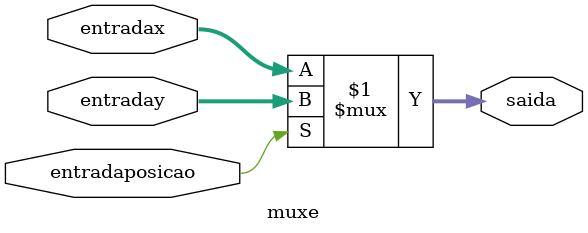
<source format=sv>
module muxe(entradax,entraday, entradaposicao, saida);
			 input logic [3:0] entradax, entraday;
			 input logic entradaposicao;
          output logic [3:0] saida;
   assign saida = entradaposicao ? entraday : entradax;
	
endmodule

</source>
